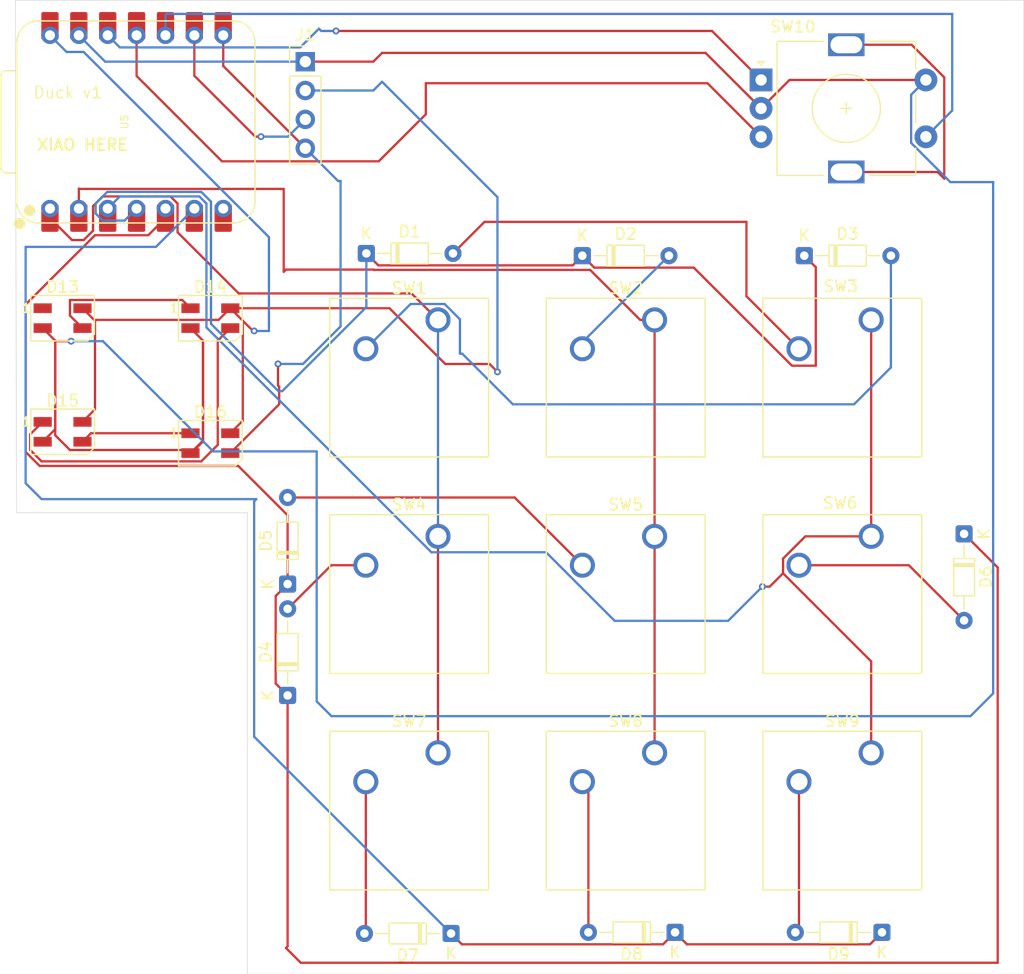
<source format=kicad_pcb>
(kicad_pcb (version 20241229) (generator "pcbnew") (generator_version "9.0")
  (layers (0 "F.Cu" signal) (2 "B.Cu" signal) (13 "F.Paste" user) (15 "B.Paste" user) (5 "F.SilkS" user "F.Silkscreen") (7 "B.SilkS" user "B.Silkscreen") (1 "F.Mask" user) (3 "B.Mask" user) (25 "Edge.Cuts" user))
  (net 0 "")
  (net 1 "Net-(D1-A)")
  (net 2 "Row1")
  (net 3 "Net-(D2-A)")
  (net 4 "Net-(D3-A)")
  (net 5 "Row2")
  (net 6 "Net-(D4-A)")
  (net 7 "Net-(D5-A)")
  (net 8 "Net-(D6-A)")
  (net 9 "Net-(D7-A)")
  (net 10 "Row3")
  (net 11 "Net-(D8-A)")
  (net 12 "Net-(D9-A)")
  (net 13 "GND")
  (net 14 "Net-(D13-DIN)")
  (net 16 "+5V")
  (net 17 "Net-(D14-DIN)")
  (net 18 "Net-(D15-DIN)")
  (net 19 "Net-(D16-DIN)")
  (net 20 "Net-(J1-Pin_3)")
  (net 21 "Col1")
  (net 22 "Col2")
  (net 23 "Col3")
  (net 24 "unconnected-(SW10-PadMP)")
  (net 25 "Net-(U5-3V3)")
  (net 26 "Net-(U5-GPIO3{slash}MOSI)")
  (net 27 "Net-(U5-GPIO4{slash}MISO)")
  (footprint "LED_SMD:LED_SK6812MINI_PLCC4_3.5x3.5mm_P1.75mm" (layer "F.Cu") (at 105.25 92.875)
    (property "Reference" "D15" (at 0 -2.75 0) (layer "F.SilkS"))
    (property "Value" "SK6812MINI")
    (fp_text user "1" (at -3.2 -0.875 0) (layer "F.SilkS") (effects (font (size 0.8 0.8))))
    (pad "1" smd rect (at -1.75 -0.875) (size 1.6 0.85) (layers "F.Cu" "F.Mask" "F.Paste") (net 17 "Net-(D14-DIN)"))
    (pad "2" smd rect (at -1.75 0.875) (size 1.6 0.85) (layers "F.Cu" "F.Mask" "F.Paste") (net 13 "GND"))
    (pad "3" smd rect (at 1.75 0.875) (size 1.6 0.85) (layers "F.Cu" "F.Mask" "F.Paste") (net 18 "Net-(D15-DIN)"))
    (pad "4" smd rect (at 1.75 -0.875) (size 1.6 0.85) (layers "F.Cu" "F.Mask" "F.Paste") (net 16 "+5V"))
  )
  (footprint "Connector_PinHeader_2.54mm:PinHeader_1x04_P2.54mm_Vertical" (layer "F.Cu") (at 126.6 60.3)
    (property "Reference" "J1" (at 0 -2.38 0) (layer "F.SilkS"))
    (property "Value" "Conn_01x04_MountingPin")
    (pad "1" thru_hole rect (at 0 0) (size 1.7 1.7) (drill 1) (layers "*.Cu" "*.Mask") (net 13 "GND"))
    (pad "2" thru_hole circle (at 0 2.54) (size 1.7 1.7) (drill 1) (layers "*.Cu" "*.Mask") (net 16 "+5V"))
    (pad "3" thru_hole circle (at 0 5.08) (size 1.7 1.7) (drill 1) (layers "*.Cu" "*.Mask") (net 20 "Net-(J1-Pin_3)"))
    (pad "4" thru_hole circle (at 0 7.62) (size 1.7 1.7) (drill 1) (layers "*.Cu" "*.Mask") (net 19 "Net-(D16-DIN)"))
  )
  (footprint "Button_Switch_Keyboard:SW_Cherry_MX_1.00u_PCB" (layer "F.Cu") (at 176.37125 83.02625)
    (property "Reference" "SW3" (at -2.68375 -2.95125 0) (layer "F.SilkS"))
    (property "Value" "SW_Push_45deg")
    (pad "" np_thru_hole circle (at -7.62 5.08) (size 1.7 1.7) (drill 1.7) (layers "*.Cu" "*.Mask"))
    (pad "" np_thru_hole circle (at -2.54 5.08) (size 4 4) (drill 4) (layers "*.Cu" "*.Mask"))
    (pad "" np_thru_hole circle (at 2.54 5.08) (size 1.7 1.7) (drill 1.7) (layers "*.Cu" "*.Mask"))
    (pad "1" thru_hole circle (at 0 0) (size 2.2 2.2) (drill 1.5) (layers "*.Cu" "*.Mask") (net 23 "Col3"))
    (pad "2" thru_hole circle (at -6.35 2.54) (size 2.2 2.2) (drill 1.5) (layers "*.Cu" "*.Mask") (net 1 "Net-(D1-A)"))
  )
  (footprint "Button_Switch_Keyboard:SW_Cherry_MX_1.00u_PCB" (layer "F.Cu") (at 138.27125 83.02625)
    (property "Reference" "SW1" (at -2.54 -2.794 0) (layer "F.SilkS"))
    (property "Value" "SW_Push_45deg")
    (pad "" np_thru_hole circle (at -7.62 5.08) (size 1.7 1.7) (drill 1.7) (layers "*.Cu" "*.Mask"))
    (pad "" np_thru_hole circle (at -2.54 5.08) (size 4 4) (drill 4) (layers "*.Cu" "*.Mask"))
    (pad "" np_thru_hole circle (at 2.54 5.08) (size 1.7 1.7) (drill 1.7) (layers "*.Cu" "*.Mask"))
    (pad "1" thru_hole circle (at 0 0) (size 2.2 2.2) (drill 1.5) (layers "*.Cu" "*.Mask") (net 21 "Col1"))
    (pad "2" thru_hole circle (at -6.35 2.54) (size 2.2 2.2) (drill 1.5) (layers "*.Cu" "*.Mask") (net 4 "Net-(D3-A)"))
  )
  (footprint "LED_SMD:LED_SK6812MINI_PLCC4_3.5x3.5mm_P1.75mm" (layer "F.Cu") (at 118.25 93.875)
    (property "Reference" "D16" (at 0 -2.75 0) (layer "F.SilkS"))
    (property "Value" "SK6812MINI")
    (fp_text user "1" (at -3.2 -0.875 0) (layer "F.SilkS") (effects (font (size 0.8 0.8))))
    (pad "1" smd rect (at -1.75 -0.875) (size 1.6 0.85) (layers "F.Cu" "F.Mask" "F.Paste") (net 18 "Net-(D15-DIN)"))
    (pad "2" smd rect (at -1.75 0.875) (size 1.6 0.85) (layers "F.Cu" "F.Mask" "F.Paste") (net 13 "GND"))
    (pad "3" smd rect (at 1.75 0.875) (size 1.6 0.85) (layers "F.Cu" "F.Mask" "F.Paste") (net 19 "Net-(D16-DIN)"))
    (pad "4" smd rect (at 1.75 -0.875) (size 1.6 0.85) (layers "F.Cu" "F.Mask" "F.Paste") (net 16 "+5V"))
  )
  (footprint "Diode_THT:D_DO-34_SOD68_P7.62mm_Horizontal" (layer "F.Cu") (at 170.4875 77.375)
    (property "Reference" "D3" (at 3.81 -1.92 0) (layer "F.SilkS"))
    (property "Value" "1N4148WT")
    (fp_text user "K" (at 0 -1.75 0) (layer "F.SilkS"))
    (pad "1" thru_hole roundrect (at 0 0) (size 1.5 1.5) (drill 0.75) (layers "*.Cu" "*.Mask") (roundrect_rratio 0.166667) (net 2 "Row1"))
    (pad "2" thru_hole circle (at 7.62 0) (size 1.5 1.5) (drill 0.75) (layers "*.Cu" "*.Mask") (net 4 "Net-(D3-A)"))
  )
  (footprint "Button_Switch_Keyboard:SW_Cherry_MX_1.00u_PCB" (layer "F.Cu") (at 157.32125 121.12625)
    (property "Reference" "SW8" (at -2.54 -2.794 0) (layer "F.SilkS"))
    (property "Value" "SW_Push_45deg")
    (pad "" np_thru_hole circle (at -7.62 5.08) (size 1.7 1.7) (drill 1.7) (layers "*.Cu" "*.Mask"))
    (pad "" np_thru_hole circle (at -2.54 5.08) (size 4 4) (drill 4) (layers "*.Cu" "*.Mask"))
    (pad "" np_thru_hole circle (at 2.54 5.08) (size 1.7 1.7) (drill 1.7) (layers "*.Cu" "*.Mask"))
    (pad "1" thru_hole circle (at 0 0) (size 2.2 2.2) (drill 1.5) (layers "*.Cu" "*.Mask") (net 22 "Col2"))
    (pad "2" thru_hole circle (at -6.35 2.54) (size 2.2 2.2) (drill 1.5) (layers "*.Cu" "*.Mask") (net 11 "Net-(D8-A)"))
  )
  (footprint "Diode_THT:D_DO-34_SOD68_P7.62mm_Horizontal" (layer "F.Cu") (at 177.32 136.925 180)
    (property "Reference" "D9" (at 3.81 -1.92 0) (layer "F.SilkS"))
    (property "Value" "1N4148WT")
    (fp_text user "K" (at 0 -1.75 0) (layer "F.SilkS"))
    (pad "1" thru_hole roundrect (at 0 0 180) (size 1.5 1.5) (drill 0.75) (layers "*.Cu" "*.Mask") (roundrect_rratio 0.166667) (net 10 "Row3"))
    (pad "2" thru_hole circle (at 7.62 0 180) (size 1.5 1.5) (drill 0.75) (layers "*.Cu" "*.Mask") (net 12 "Net-(D9-A)"))
  )
  (footprint "OPL:XIAO-RP2040-DIP" (layer "F.Cu") (at 111.76 65.605 90)
    (property "Reference" "U5" (at 0.005 -1.06 90) (layer "F.SilkS") (effects (font (size 0.635 0.635) (thickness 0.1016))))
    (property "Value" "XIAO-RP2040-DIP")
    (pad "1" smd roundrect (at -8.455 -7.62 270) (size 2.432 1.524) (layers "F.Cu" "F.Mask") (roundrect_rratio 0.1) (net 21 "Col1"))
    (pad "1" thru_hole circle (at -7.62 -7.62 270) (size 1.524 1.524) (drill 0.889) (layers "*.Cu" "*.Mask") (net 21 "Col1"))
    (pad "2" smd roundrect (at -8.455 -5.08 270) (size 2.432 1.524) (layers "F.Cu" "F.Mask") (roundrect_rratio 0.1) (net 22 "Col2"))
    (pad "2" thru_hole circle (at -7.62 -5.08 270) (size 1.524 1.524) (drill 0.889) (layers "*.Cu" "*.Mask") (net 22 "Col2"))
    (pad "3" smd roundrect (at -8.455 -2.54 270) (size 2.432 1.524) (layers "F.Cu" "F.Mask") (roundrect_rratio 0.1) (net 23 "Col3"))
    (pad "3" thru_hole circle (at -7.62 -2.54 270) (size 1.524 1.524) (drill 0.889) (layers "*.Cu" "*.Mask") (net 23 "Col3"))
    (pad "4" smd roundrect (at -8.455 0 270) (size 2.432 1.524) (layers "F.Cu" "F.Mask") (roundrect_rratio 0.1) (net 2 "Row1"))
    (pad "4" thru_hole circle (at -7.62 0 270) (size 1.524 1.524) (drill 0.889) (layers "*.Cu" "*.Mask") (net 2 "Row1"))
    (pad "5" smd roundrect (at -8.455 2.54 270) (size 2.432 1.524) (layers "F.Cu" "F.Mask") (roundrect_rratio 0.1) (net 5 "Row2"))
    (pad "5" thru_hole circle (at -7.62 2.54 270) (size 1.524 1.524) (drill 0.889) (layers "*.Cu" "*.Mask") (net 5 "Row2"))
    (pad "6" smd roundrect (at -8.455 5.08 270) (size 2.432 1.524) (layers "F.Cu" "F.Mask") (roundrect_rratio 0.1) (net 10 "Row3"))
    (pad "6" thru_hole circle (at -7.62 5.08 270) (size 1.524 1.524) (drill 0.889) (layers "*.Cu" "*.Mask") (net 10 "Row3"))
    (pad "7" smd roundrect (at -8.455 7.62 270) (size 2.432 1.524) (layers "F.Cu" "F.Mask") (roundrect_rratio 0.1))
    (pad "7" thru_hole circle (at -7.62 7.62 270) (size 1.524 1.524) (drill 0.889) (layers "*.Cu" "*.Mask"))
    (pad "8" thru_hole circle (at 7.62 7.62 90) (size 1.524 1.524) (drill 0.889) (layers "*.Cu" "*.Mask") (net 19 "Net-(D16-DIN)"))
    (pad "8" smd roundrect (at 8.455 7.62 90) (size 2.432 1.524) (layers "F.Cu" "F.Mask") (roundrect_rratio 0.1) (net 19 "Net-(D16-DIN)"))
    (pad "9" thru_hole circle (at 7.62 5.08 90) (size 1.524 1.524) (drill 0.889) (layers "*.Cu" "*.Mask") (net 20 "Net-(J1-Pin_3)"))
    (pad "9" smd roundrect (at 8.455 5.08 90) (size 2.432 1.524) (layers "F.Cu" "F.Mask") (roundrect_rratio 0.1) (net 20 "Net-(J1-Pin_3)"))
    (pad "10" thru_hole circle (at 7.62 2.54 90) (size 1.524 1.524) (drill 0.889) (layers "*.Cu" "*.Mask") (net 27 "Net-(U5-GPIO4{slash}MISO)"))
    (pad "10" smd roundrect (at 8.455 2.54 90) (size 2.432 1.524) (layers "F.Cu" "F.Mask") (roundrect_rratio 0.1) (net 27 "Net-(U5-GPIO4{slash}MISO)"))
    (pad "11" thru_hole circle (at 7.62 0 90) (size 1.524 1.524) (drill 0.889) (layers "*.Cu" "*.Mask") (net 26 "Net-(U5-GPIO3{slash}MOSI)"))
    (pad "11" smd roundrect (at 8.455 0 90) (size 2.432 1.524) (layers "F.Cu" "F.Mask") (roundrect_rratio 0.1) (net 26 "Net-(U5-GPIO3{slash}MOSI)"))
    (pad "12" thru_hole circle (at 7.62 -2.54 90) (size 1.524 1.524) (drill 0.889) (layers "*.Cu" "*.Mask") (net 25 "Net-(U5-3V3)"))
    (pad "12" smd roundrect (at 8.455 -2.54 90) (size 2.432 1.524) (layers "F.Cu" "F.Mask") (roundrect_rratio 0.1) (net 25 "Net-(U5-3V3)"))
    (pad "13" thru_hole circle (at 7.62 -5.08 90) (size 1.524 1.524) (drill 0.889) (layers "*.Cu" "*.Mask") (net 13 "GND"))
    (pad "13" smd roundrect (at 8.455 -5.08 90) (size 2.432 1.524) (layers "F.Cu" "F.Mask") (roundrect_rratio 0.1) (net 13 "GND"))
    (pad "14" thru_hole circle (at 7.62 -7.62 90) (size 1.524 1.524) (drill 0.889) (layers "*.Cu" "*.Mask") (net 16 "+5V"))
    (pad "14" smd roundrect (at 8.455 -7.62 90) (size 2.432 1.524) (layers "F.Cu" "F.Mask") (roundrect_rratio 0.1) (net 16 "+5V"))
  )
  (footprint "Diode_THT:D_DO-34_SOD68_P7.62mm_Horizontal" (layer "F.Cu") (at 125.04375 116.07625 90)
    (property "Reference" "D4" (at 3.81 -1.92 90) (layer "F.SilkS"))
    (property "Value" "1N4148WT")
    (fp_text user "K" (at 0 -1.75 90) (layer "F.SilkS"))
    (pad "1" thru_hole roundrect (at 0 0 90) (size 1.5 1.5) (drill 0.75) (layers "*.Cu" "*.Mask") (roundrect_rratio 0.166667) (net 5 "Row2"))
    (pad "2" thru_hole circle (at 7.62 0 90) (size 1.5 1.5) (drill 0.75) (layers "*.Cu" "*.Mask") (net 6 "Net-(D4-A)"))
  )
  (footprint "Button_Switch_Keyboard:SW_Cherry_MX_1.00u_PCB" (layer "F.Cu") (at 176.37125 102.07625)
    (property "Reference" "SW6" (at -2.7275 -2.92 0) (layer "F.SilkS"))
    (property "Value" "SW_Push_45deg")
    (pad "" np_thru_hole circle (at -7.62 5.08) (size 1.7 1.7) (drill 1.7) (layers "*.Cu" "*.Mask"))
    (pad "" np_thru_hole circle (at -2.54 5.08) (size 4 4) (drill 4) (layers "*.Cu" "*.Mask"))
    (pad "" np_thru_hole circle (at 2.54 5.08) (size 1.7 1.7) (drill 1.7) (layers "*.Cu" "*.Mask"))
    (pad "1" thru_hole circle (at 0 0) (size 2.2 2.2) (drill 1.5) (layers "*.Cu" "*.Mask") (net 23 "Col3"))
    (pad "2" thru_hole circle (at -6.35 2.54) (size 2.2 2.2) (drill 1.5) (layers "*.Cu" "*.Mask") (net 8 "Net-(D6-A)"))
  )
  (footprint "Diode_THT:D_DO-34_SOD68_P7.62mm_Horizontal" (layer "F.Cu") (at 184.54375 101.85625 -90)
    (property "Reference" "D6" (at 3.81 -1.92 90) (layer "F.SilkS"))
    (property "Value" "1N4148WT")
    (fp_text user "K" (at 0 -1.75 90) (layer "F.SilkS"))
    (pad "1" thru_hole roundrect (at 0 0 270) (size 1.5 1.5) (drill 0.75) (layers "*.Cu" "*.Mask") (roundrect_rratio 0.166667) (net 5 "Row2"))
    (pad "2" thru_hole circle (at 7.62 0 270) (size 1.5 1.5) (drill 0.75) (layers "*.Cu" "*.Mask") (net 8 "Net-(D6-A)"))
  )
  (footprint "Diode_THT:D_DO-34_SOD68_P7.62mm_Horizontal" (layer "F.Cu") (at 131.9675 77.175)
    (property "Reference" "D1" (at 3.81 -1.92 0) (layer "F.SilkS"))
    (property "Value" "1N4148WT")
    (fp_text user "K" (at 0 -1.75 0) (layer "F.SilkS"))
    (pad "1" thru_hole roundrect (at 0 0) (size 1.5 1.5) (drill 0.75) (layers "*.Cu" "*.Mask") (roundrect_rratio 0.166667) (net 2 "Row1"))
    (pad "2" thru_hole circle (at 7.62 0) (size 1.5 1.5) (drill 0.75) (layers "*.Cu" "*.Mask") (net 1 "Net-(D1-A)"))
  )
  (footprint "LED_SMD:LED_SK6812MINI_PLCC4_3.5x3.5mm_P1.75mm" (layer "F.Cu") (at 105.25 82.875)
    (property "Reference" "D13" (at 0 -2.75 0) (layer "F.SilkS"))
    (property "Value" "SK6812MINI")
    (fp_text user "1" (at -3.2 -0.875 0) (layer "F.SilkS") (effects (font (size 0.8 0.8))))
    (pad "1" smd rect (at -1.75 -0.875) (size 1.6 0.85) (layers "F.Cu" "F.Mask" "F.Paste"))
    (pad "2" smd rect (at -1.75 0.875) (size 1.6 0.85) (layers "F.Cu" "F.Mask" "F.Paste") (net 13 "GND"))
    (pad "3" smd rect (at 1.75 0.875) (size 1.6 0.85) (layers "F.Cu" "F.Mask" "F.Paste") (net 14 "Net-(D13-DIN)"))
    (pad "4" smd rect (at 1.75 -0.875) (size 1.6 0.85) (layers "F.Cu" "F.Mask" "F.Paste") (net 16 "+5V"))
  )
  (footprint "Button_Switch_Keyboard:SW_Cherry_MX_1.00u_PCB" (layer "F.Cu") (at 157.32125 102.07625)
    (property "Reference" "SW5" (at -2.54 -2.794 0) (layer "F.SilkS"))
    (property "Value" "SW_Push_45deg")
    (pad "" np_thru_hole circle (at -7.62 5.08) (size 1.7 1.7) (drill 1.7) (layers "*.Cu" "*.Mask"))
    (pad "" np_thru_hole circle (at -2.54 5.08) (size 4 4) (drill 4) (layers "*.Cu" "*.Mask"))
    (pad "" np_thru_hole circle (at 2.54 5.08) (size 1.7 1.7) (drill 1.7) (layers "*.Cu" "*.Mask"))
    (pad "1" thru_hole circle (at 0 0) (size 2.2 2.2) (drill 1.5) (layers "*.Cu" "*.Mask") (net 22 "Col2"))
    (pad "2" thru_hole circle (at -6.35 2.54) (size 2.2 2.2) (drill 1.5) (layers "*.Cu" "*.Mask") (net 7 "Net-(D5-A)"))
  )
  (footprint "Diode_THT:D_DO-34_SOD68_P7.62mm_Horizontal" (layer "F.Cu") (at 125.04375 106.27625 90)
    (property "Reference" "D5" (at 3.81 -1.92 90) (layer "F.SilkS"))
    (property "Value" "1N4148WT")
    (fp_text user "K" (at 0 -1.75 90) (layer "F.SilkS"))
    (pad "1" thru_hole roundrect (at 0 0 90) (size 1.5 1.5) (drill 0.75) (layers "*.Cu" "*.Mask") (roundrect_rratio 0.166667) (net 5 "Row2"))
    (pad "2" thru_hole circle (at 7.62 0 90) (size 1.5 1.5) (drill 0.75) (layers "*.Cu" "*.Mask") (net 7 "Net-(D5-A)"))
  )
  (footprint "Diode_THT:D_DO-34_SOD68_P7.62mm_Horizontal" (layer "F.Cu") (at 139.42 137.025 180)
    (property "Reference" "D7" (at 3.81 -1.92 0) (layer "F.SilkS"))
    (property "Value" "1N4148WT")
    (fp_text user "K" (at 0 -1.75 0) (layer "F.SilkS"))
    (pad "1" thru_hole roundrect (at 0 0 180) (size 1.5 1.5) (drill 0.75) (layers "*.Cu" "*.Mask") (roundrect_rratio 0.166667) (net 10 "Row3"))
    (pad "2" thru_hole circle (at 7.62 0 180) (size 1.5 1.5) (drill 0.75) (layers "*.Cu" "*.Mask") (net 9 "Net-(D7-A)"))
  )
  (footprint "OPL:RotaryEncoder_Alps_EC11E-Switch_Vertical_H20mm" (layer "F.Cu") (at 166.6875 61.9125)
    (property "Reference" "SW10" (at 2.8 -4.7 0) (layer "F.SilkS"))
    (property "Value" "RotaryEncoder_Switch_MP")
    (pad "A" thru_hole rect (at 0 0) (size 2 2) (drill 1) (layers "*.Cu" "*.Mask") (net 25 "Net-(U5-3V3)"))
    (pad "B" thru_hole circle (at 0 5) (size 2 2) (drill 1) (layers "*.Cu" "*.Mask") (net 26 "Net-(U5-GPIO3{slash}MOSI)"))
    (pad "C" thru_hole circle (at 0 2.5) (size 2 2) (drill 1) (layers "*.Cu" "*.Mask") (net 13 "GND"))
    (pad "MP" thru_hole rect (at 7.5 -3.1) (size 3.2 2) (drill oval 2.8 1.5) (layers "*.Cu" "*.Mask") (net 24 "unconnected-(SW10-PadMP)"))
    (pad "MP" thru_hole rect (at 7.5 8.1) (size 3.2 2) (drill oval 2.8 1.5) (layers "*.Cu" "*.Mask") (net 24 "unconnected-(SW10-PadMP)"))
    (pad "S1" thru_hole circle (at 14.5 5) (size 2 2) (drill 1) (layers "*.Cu" "*.Mask") (net 27 "Net-(U5-GPIO4{slash}MISO)"))
    (pad "S2" thru_hole circle (at 14.5 0) (size 2 2) (drill 1) (layers "*.Cu" "*.Mask") (net 13 "GND"))
  )
  (footprint "Button_Switch_Keyboard:SW_Cherry_MX_1.00u_PCB" (layer "F.Cu") (at 176.37125 121.12625)
    (property "Reference" "SW9" (at -2.54 -2.794 0) (layer "F.SilkS"))
    (property "Value" "SW_Push_45deg")
    (pad "" np_thru_hole circle (at -7.62 5.08) (size 1.7 1.7) (drill 1.7) (layers "*.Cu" "*.Mask"))
    (pad "" np_thru_hole circle (at -2.54 5.08) (size 4 4) (drill 4) (layers "*.Cu" "*.Mask"))
    (pad "" np_thru_hole circle (at 2.54 5.08) (size 1.7 1.7) (drill 1.7) (layers "*.Cu" "*.Mask"))
    (pad "1" thru_hole circle (at 0 0) (size 2.2 2.2) (drill 1.5) (layers "*.Cu" "*.Mask") (net 23 "Col3"))
    (pad "2" thru_hole circle (at -6.35 2.54) (size 2.2 2.2) (drill 1.5) (layers "*.Cu" "*.Mask") (net 12 "Net-(D9-A)"))
  )
  (footprint "LED_SMD:LED_SK6812MINI_PLCC4_3.5x3.5mm_P1.75mm" (layer "F.Cu") (at 118.25 82.875)
    (property "Reference" "D14" (at 0 -2.75 0) (layer "F.SilkS"))
    (property "Value" "SK6812MINI")
    (fp_text user "1" (at -3.2 -0.875 0) (layer "F.SilkS") (effects (font (size 0.8 0.8))))
    (pad "1" smd rect (at -1.75 -0.875) (size 1.6 0.85) (layers "F.Cu" "F.Mask" "F.Paste") (net 14 "Net-(D13-DIN)"))
    (pad "2" smd rect (at -1.75 0.875) (size 1.6 0.85) (layers "F.Cu" "F.Mask" "F.Paste") (net 13 "GND"))
    (pad "3" smd rect (at 1.75 0.875) (size 1.6 0.85) (layers "F.Cu" "F.Mask" "F.Paste") (net 17 "Net-(D14-DIN)"))
    (pad "4" smd rect (at 1.75 -0.875) (size 1.6 0.85) (layers "F.Cu" "F.Mask" "F.Paste") (net 16 "+5V"))
  )
  (footprint "Diode_THT:D_DO-34_SOD68_P7.62mm_Horizontal" (layer "F.Cu") (at 159.12 136.925 180)
    (property "Reference" "D8" (at 3.81 -1.92 0) (layer "F.SilkS"))
    (property "Value" "1N4148WT")
    (fp_text user "K" (at 0 -1.75 0) (layer "F.SilkS"))
    (pad "1" thru_hole roundrect (at 0 0 180) (size 1.5 1.5) (drill 0.75) (layers "*.Cu" "*.Mask") (roundrect_rratio 0.166667) (net 10 "Row3"))
    (pad "2" thru_hole circle (at 7.62 0 180) (size 1.5 1.5) (drill 0.75) (layers "*.Cu" "*.Mask") (net 11 "Net-(D8-A)"))
  )
  (footprint "Button_Switch_Keyboard:SW_Cherry_MX_1.00u_PCB" (layer "F.Cu") (at 138.27125 121.12625)
    (property "Reference" "SW7" (at -2.54 -2.794 0) (layer "F.SilkS"))
    (property "Value" "SW_Push_45deg")
    (pad "" np_thru_hole circle (at -7.62 5.08) (size 1.7 1.7) (drill 1.7) (layers "*.Cu" "*.Mask"))
    (pad "" np_thru_hole circle (at -2.54 5.08) (size 4 4) (drill 4) (layers "*.Cu" "*.Mask"))
    (pad "" np_thru_hole circle (at 2.54 5.08) (size 1.7 1.7) (drill 1.7) (layers "*.Cu" "*.Mask"))
    (pad "1" thru_hole circle (at 0 0) (size 2.2 2.2) (drill 1.5) (layers "*.Cu" "*.Mask") (net 21 "Col1"))
    (pad "2" thru_hole circle (at -6.35 2.54) (size 2.2 2.2) (drill 1.5) (layers "*.Cu" "*.Mask") (net 9 "Net-(D7-A)"))
  )
  (footprint "Diode_THT:D_DO-34_SOD68_P7.62mm_Horizontal" (layer "F.Cu") (at 150.9675 77.375)
    (property "Reference" "D2" (at 3.81 -1.92 0) (layer "F.SilkS"))
    (property "Value" "1N4148WT")
    (fp_text user "K" (at 0 -1.75 0) (layer "F.SilkS"))
    (pad "1" thru_hole roundrect (at 0 0) (size 1.5 1.5) (drill 0.75) (layers "*.Cu" "*.Mask") (roundrect_rratio 0.166667) (net 2 "Row1"))
    (pad "2" thru_hole circle (at 7.62 0) (size 1.5 1.5) (drill 0.75) (layers "*.Cu" "*.Mask") (net 3 "Net-(D2-A)"))
  )
  (footprint "Button_Switch_Keyboard:SW_Cherry_MX_1.00u_PCB" (layer "F.Cu") (at 157.32125 83.02625)
    (property "Reference" "SW2" (at -2.54 -2.794 0) (layer "F.SilkS"))
    (property "Value" "SW_Push_45deg")
    (pad "" np_thru_hole circle (at -7.62 5.08) (size 1.7 1.7) (drill 1.7) (layers "*.Cu" "*.Mask"))
    (pad "" np_thru_hole circle (at -2.54 5.08) (size 4 4) (drill 4) (layers "*.Cu" "*.Mask"))
    (pad "" np_thru_hole circle (at 2.54 5.08) (size 1.7 1.7) (drill 1.7) (layers "*.Cu" "*.Mask"))
    (pad "1" thru_hole circle (at 0 0) (size 2.2 2.2) (drill 1.5) (layers "*.Cu" "*.Mask") (net 22 "Col2"))
    (pad "2" thru_hole circle (at -6.35 2.54) (size 2.2 2.2) (drill 1.5) (layers "*.Cu" "*.Mask") (net 3 "Net-(D2-A)"))
  )
  (footprint "Button_Switch_Keyboard:SW_Cherry_MX_1.00u_PCB" (layer "F.Cu") (at 138.27125 102.07625)
    (property "Reference" "SW4" (at -2.54 -2.794 0) (layer "F.SilkS"))
    (property "Value" "SW_Push_45deg")
    (pad "" np_thru_hole circle (at -7.62 5.08) (size 1.7 1.7) (drill 1.7) (layers "*.Cu" "*.Mask"))
    (pad "" np_thru_hole circle (at -2.54 5.08) (size 4 4) (drill 4) (layers "*.Cu" "*.Mask"))
    (pad "" np_thru_hole circle (at 2.54 5.08) (size 1.7 1.7) (drill 1.7) (layers "*.Cu" "*.Mask"))
    (pad "1" thru_hole circle (at 0 0) (size 2.2 2.2) (drill 1.5) (layers "*.Cu" "*.Mask") (net 21 "Col1"))
    (pad "2" thru_hole circle (at -6.35 2.54) (size 2.2 2.2) (drill 1.5) (layers "*.Cu" "*.Mask") (net 6 "Net-(D4-A)"))
  )
  (gr_line (start 121.5 100) (end 121.5 140.6) (stroke (width 0.05)) (layer "Edge.Cuts"))
  (gr_line (start 101.1 54.9) (end 187.8 54.9) (stroke (width 0.05)) (layer "Edge.Cuts"))
  (gr_line (start 121.5 140.6) (end 189.8 140.6) (stroke (width 0.05)) (layer "Edge.Cuts"))
  (gr_line (start 101.1 54.9) (end 101.2 100) (stroke (width 0.05)) (layer "Edge.Cuts"))
  (gr_line (start 187.8 54.9) (end 189.8 54.9) (stroke (width 0.05)) (layer "Edge.Cuts"))
  (gr_line (start 101.2 100) (end 121.5 100) (stroke (width 0.05)) (layer "Edge.Cuts"))
  (gr_line (start 189.8 54.9) (end 189.8 55.2) (stroke (width 0.05)) (layer "Edge.Cuts"))
  (gr_line (start 189.8 140.6) (end 189.8 55.2) (stroke (width 0.05)) (layer "Edge.Cuts"))
  (gr_text "Duck v1" (at 102.6 63.6 0) (layer "F.SilkS") (effects (font (size 1 1) (thickness 0.125)) (justify left bottom)))
  (gr_text "XIAO HERE" (at 102.9 68.2 0) (layer "F.SilkS") (effects (font (size 1 1) (thickness 0.2) (bold yes)) (justify left bottom)))
  (segment (start 165.4 80.945) (end 170.02125 85.56625) (width 0.2) (layer "F.Cu") (net 1))
  (segment (start 165.4 74.4) (end 165.4 80.945) (width 0.2) (layer "F.Cu") (net 1))
  (segment (start 142.3625 74.4) (end 165.4 74.4) (width 0.2) (layer "F.Cu") (net 1))
  (segment (start 139.5875 77.175) (end 142.3625 74.4) (width 0.2) (layer "F.Cu") (net 1))
  (segment (start 150.1165 78.226) (end 133.0185 78.226) (width 0.2) (layer "F.Cu") (net 2))
  (segment (start 171.5 78.3875) (end 171.5 87.05597) (width 0.2) (layer "F.Cu") (net 2))
  (segment (start 150.9675 77.375) (end 150.1165 78.226) (width 0.2) (layer "F.Cu") (net 2))
  (segment (start 169.39944 87.05597) (end 160.76947 78.426) (width 0.2) (layer "F.Cu") (net 2))
  (segment (start 160.76947 78.426) (end 152.0185 78.426) (width 0.2) (layer "F.Cu") (net 2))
  (segment (start 152.0185 78.426) (end 150.9675 77.375) (width 0.2) (layer "F.Cu") (net 2))
  (segment (start 133.0185 78.226) (end 131.9675 77.175) (width 0.2) (layer "F.Cu") (net 2))
  (segment (start 170.4875 77.375) (end 171.5 78.3875) (width 0.2) (layer "F.Cu") (net 2))
  (segment (start 171.5 87.05597) (end 169.39944 87.05597) (width 0.2) (layer "F.Cu") (net 2))
  (segment (start 118.304 83.3711) (end 118.304 72.61859) (width 0.2) (layer "B.Cu") (net 2))
  (segment (start 110.697 74.288) (end 111.76 73.225) (width 0.2) (layer "B.Cu") (net 2))
  (segment (start 108.77969 74.288) (end 110.697 74.288) (width 0.2) (layer "B.Cu") (net 2))
  (segment (start 124.5661 89.301) (end 124.2339 89.301) (width 0.2) (layer "B.Cu") (net 2))
  (segment (start 131.9675 81.8996) (end 124.5661 89.301) (width 0.2) (layer "B.Cu") (net 2))
  (segment (start 124.2339 89.301) (end 118.304 83.3711) (width 0.2) (layer "B.Cu") (net 2))
  (segment (start 109.18069 71.761) (end 108.157 72.78469) (width 0.2) (layer "B.Cu") (net 2))
  (segment (start 131.9675 77.175) (end 131.9675 81.8996) (width 0.2) (layer "B.Cu") (net 2))
  (segment (start 117.44641 71.761) (end 109.18069 71.761) (width 0.2) (layer "B.Cu") (net 2))
  (segment (start 108.157 72.78469) (end 108.157 73.66531) (width 0.2) (layer "B.Cu") (net 2))
  (segment (start 108.157 73.66531) (end 108.77969 74.288) (width 0.2) (layer "B.Cu") (net 2))
  (segment (start 118.304 72.61859) (end 117.44641 71.761) (width 0.2) (layer "B.Cu") (net 2))
  (segment (start 158.5875 77.375) (end 150.97125 84.99125) (width 0.2) (layer "B.Cu") (net 3))
  (segment (start 150.97125 84.99125) (end 150.97125 85.56625) (width 0.2) (layer "B.Cu") (net 3))
  (segment (start 140.2 86) (end 140.2 82.973686) (width 0.2) (layer "B.Cu") (net 4))
  (segment (start 140.40347 86) (end 140.2 86) (width 0.2) (layer "B.Cu") (net 4))
  (segment (start 144.86072 90.45725) (end 140.40347 86) (width 0.2) (layer "B.Cu") (net 4))
  (segment (start 178.1075 77.375) (end 178.1075 87.21153) (width 0.2) (layer "B.Cu") (net 4))
  (segment (start 138.851564 81.62525) (end 135.86225 81.62525) (width 0.2) (layer "B.Cu") (net 4))
  (segment (start 140.2 82.973686) (end 138.851564 81.62525) (width 0.2) (layer "B.Cu") (net 4))
  (segment (start 174.86178 90.45725) (end 144.86072 90.45725) (width 0.2) (layer "B.Cu") (net 4))
  (segment (start 135.86225 81.62525) (end 131.92125 85.56625) (width 0.2) (layer "B.Cu") (net 4))
  (segment (start 178.1075 87.21153) (end 174.86178 90.45725) (width 0.2) (layer "B.Cu") (net 4))
  (segment (start 123.99275 107.32725) (end 125.04375 106.27625) (width 0.2) (layer "F.Cu") (net 5))
  (segment (start 103.2329 95.877) (end 101.998 94.6421) (width 0.2) (layer "F.Cu") (net 5))
  (segment (start 101.998 81.675) (end 108.096 75.577) (width 0.2) (layer "F.Cu") (net 5))
  (segment (start 184.54375 101.85625) (end 187.5 104.8125) (width 0.2) (layer "F.Cu") (net 5))
  (segment (start 125.04375 138.15625) (end 125.04375 116.07625) (width 0.2) (layer "F.Cu") (net 5))
  (segment (start 123.99275 115.02525) (end 123.99275 107.32725) (width 0.2) (layer "F.Cu") (net 5))
  (segment (start 125.04375 116.07625) (end 123.99275 115.02525) (width 0.2) (layer "F.Cu") (net 5))
  (segment (start 101.998 94.6421) (end 101.998 81.675) (width 0.2) (layer "F.Cu") (net 5))
  (segment (start 126.2 139.6) (end 124.9 138.3) (width 0.2) (layer "F.Cu") (net 5))
  (segment (start 125.04375 106.27625) (end 125.04375 100.22075) (width 0.2) (layer "F.Cu") (net 5))
  (segment (start 112.783 75.577) (end 114.3 74.06) (width 0.2) (layer "F.Cu") (net 5))
  (segment (start 124.9 138.3) (end 125.04375 138.15625) (width 0.2) (layer "F.Cu") (net 5))
  (segment (start 187.5 104.8125) (end 187.5 139.6) (width 0.2) (layer "F.Cu") (net 5))
  (segment (start 120.7 95.877) (end 103.2329 95.877) (width 0.2) (layer "F.Cu") (net 5))
  (segment (start 108.096 75.577) (end 112.783 75.577) (width 0.2) (layer "F.Cu") (net 5))
  (segment (start 125.04375 100.22075) (end 120.7 95.877) (width 0.2) (layer "F.Cu") (net 5))
  (segment (start 187.5 139.6) (end 126.2 139.6) (width 0.2) (layer "F.Cu") (net 5))
  (segment (start 125.04375 108.45625) (end 128.88375 104.61625) (width 0.2) (layer "F.Cu") (net 6))
  (segment (start 128.88375 104.61625) (end 131.92125 104.61625) (width 0.2) (layer "F.Cu") (net 6))
  (segment (start 145.01125 98.65625) (end 150.97125 104.61625) (width 0.2) (layer "F.Cu") (net 7))
  (segment (start 125.04375 98.65625) (end 145.01125 98.65625) (width 0.2) (layer "F.Cu") (net 7))
  (segment (start 179.68375 104.61625) (end 170.02125 104.61625) (width 0.2) (layer "F.Cu") (net 8))
  (segment (start 184.54375 109.47625) (end 179.68375 104.61625) (width 0.2) (layer "F.Cu") (net 8))
  (segment (start 131.92125 136.90375) (end 131.92125 123.66625) (width 0.2) (layer "F.Cu") (net 9))
  (segment (start 131.8 137.025) (end 131.92125 136.90375) (width 0.2) (layer "F.Cu") (net 9))
  (segment (start 139.42 137.025) (end 140.371 137.976) (width 0.2) (layer "F.Cu") (net 10))
  (segment (start 159.12 136.925) (end 160.171 137.976) (width 0.2) (layer "F.Cu") (net 10))
  (segment (start 158.069 137.976) (end 159.12 136.925) (width 0.2) (layer "F.Cu") (net 10))
  (segment (start 176.269 137.976) (end 177.32 136.925) (width 0.2) (layer "F.Cu") (net 10))
  (segment (start 140.371 137.976) (end 158.069 137.976) (width 0.2) (layer "F.Cu") (net 10))
  (segment (start 160.171 137.976) (end 176.269 137.976) (width 0.2) (layer "F.Cu") (net 10))
  (segment (start 122.3 98.8) (end 103.4 98.8) (width 0.2) (layer "B.Cu") (net 10))
  (segment (start 102 97.4) (end 102 76.6) (width 0.2) (layer "B.Cu") (net 10))
  (segment (start 102 76.6) (end 113.465 76.6) (width 0.2) (layer "B.Cu") (net 10))
  (segment (start 113.465 76.6) (end 116.84 73.225) (width 0.2) (layer "B.Cu") (net 10))
  (segment (start 122.101 98.999) (end 122.3 98.8) (width 0.2) (layer "B.Cu") (net 10))
  (segment (start 103.4 98.8) (end 102 97.4) (width 0.2) (layer "B.Cu") (net 10))
  (segment (start 139.42 137.025) (end 122.101 119.706) (width 0.2) (layer "B.Cu") (net 10))
  (segment (start 122.101 119.706) (end 122.101 98.999) (width 0.2) (layer "B.Cu") (net 10))
  (segment (start 151.5 124.195) (end 150.97125 123.66625) (width 0.2) (layer "F.Cu") (net 11))
  (segment (start 151.5 136.925) (end 151.5 124.195) (width 0.2) (layer "F.Cu") (net 11))
  (segment (start 169.7 136.925) (end 170.02125 136.60375) (width 0.2) (layer "F.Cu") (net 12))
  (segment (start 170.02125 136.60375) (end 170.02125 123.66625) (width 0.2) (layer "F.Cu") (net 12))
  (segment (start 117.601 93.649) (end 116.5 94.75) (width 0.2) (layer "F.Cu") (net 13))
  (segment (start 104.601 85) (end 104.601 84.851) (width 0.2) (layer "F.Cu") (net 13))
  (segment (start 106 84.9) (end 104.65 84.9) (width 0.2) (layer "F.Cu") (net 13))
  (segment (start 104.601 92.649) (end 104.601 85) (width 0.2) (layer "F.Cu") (net 13))
  (segment (start 132.58125 60.3) (end 133.35 59.53125) (width 0.2) (layer "F.Cu") (net 13))
  (segment (start 105.899 94.476) (end 116.851 94.476) (width 0.2) (layer "F.Cu") (net 13))
  (segment (start 166.6875 64.4125) (end 161.80625 59.53125) (width 0.2) (layer "F.Cu") (net 13))
  (segment (start 126.6 60.3) (end 132.58125 60.3) (width 0.2) (layer "F.Cu") (net 13))
  (segment (start 161.80625 59.53125) (end 133.35 59.53125) (width 0.2) (layer "F.Cu") (net 13))
  (segment (start 169.1875 61.9125) (end 181.1875 61.9125) (width 0.2) (layer "F.Cu") (net 13))
  (segment (start 104.601 93.178) (end 105.899 94.476) (width 0.2) (layer "F.Cu") (net 13))
  (segment (start 117.601 84.851) (end 116.5 83.75) (width 0.2) (layer "F.Cu") (net 13))
  (segment (start 117.601 84.851) (end 117.601 93.649) (width 0.2) (layer "F.Cu") (net 13))
  (segment (start 103.5 83.75) (end 104.601 84.851) (width 0.2) (layer "F.Cu") (net 13))
  (segment (start 104.65 84.9) (end 104.601 84.851) (width 0.2) (layer "F.Cu") (net 13))
  (segment (start 103.5 93.75) (end 104.601 92.649) (width 0.2) (layer "F.Cu") (net 13))
  (segment (start 104.601 85) (end 104.601 93.178) (width 0.2) (layer "F.Cu") (net 13))
  (segment (start 117.601 93.726) (end 117.601 84.851) (width 0.2) (layer "F.Cu") (net 13))
  (segment (start 116.851 94.476) (end 117.601 93.726) (width 0.2) (layer "F.Cu") (net 13))
  (segment (start 166.6875 64.4125) (end 169.1875 61.9125) (width 0.2) (layer "F.Cu") (net 13))
  (via (at 106 84.9) (size 0.6) (drill 0.3) (layers "F.Cu" "B.Cu") (net 13))
  (segment (start 128.9 117.9) (end 127.6 116.6) (width 0.2) (layer "B.Cu") (net 13))
  (segment (start 127.6 94.6) (end 118.5 94.6) (width 0.2) (layer "B.Cu") (net 13))
  (segment (start 187.1 70.9) (end 187.1 115.9) (width 0.2) (layer "B.Cu") (net 13))
  (segment (start 108.8 84.9) (end 106 84.9) (width 0.2) (layer "B.Cu") (net 13))
  (segment (start 179.8865 67.451392) (end 183.335108 70.9) (width 0.2) (layer "B.Cu") (net 13))
  (segment (start 179.8865 63.2135) (end 179.8865 67.451392) (width 0.2) (layer "B.Cu") (net 13))
  (segment (start 185.1 117.9) (end 128.9 117.9) (width 0.2) (layer "B.Cu") (net 13))
  (segment (start 187.1 115.9) (end 185.1 117.9) (width 0.2) (layer "B.Cu") (net 13))
  (segment (start 117.6 93.7) (end 108.8 84.9) (width 0.2) (layer "B.Cu") (net 13))
  (segment (start 181.1875 61.9125) (end 179.8865 63.2135) (width 0.2) (layer "B.Cu") (net 13))
  (segment (start 108.995 60.3) (end 106.68 57.985) (width 0.2) (layer "B.Cu") (net 13))
  (segment (start 126.6 60.3) (end 108.995 60.3) (width 0.2) (layer "B.Cu") (net 13))
  (segment (start 118.5 94.6) (end 117.6 93.7) (width 0.2) (layer "B.Cu") (net 13))
  (segment (start 183.335108 70.9) (end 187.1 70.9) (width 0.2) (layer "B.Cu") (net 13))
  (segment (start 127.6 116.6) (end 127.6 94.6) (width 0.2) (layer "B.Cu") (net 13))
  (segment (start 107 83.75) (end 105.899 82.649) (width 0.2) (layer "F.Cu") (net 14))
  (segment (start 115.774 81.274) (end 116.5 82) (width 0.2) (layer "F.Cu") (net 14))
  (segment (start 105.899 82.649) (end 105.899 81.274) (width 0.2) (layer "F.Cu") (net 14))
  (segment (start 105.899 81.274) (end 115.774 81.274) (width 0.2) (layer "F.Cu") (net 14))
  (segment (start 138.90672 86.90525) (end 142.80525 86.90525) (width 0.2) (layer "F.Cu") (net 16))
  (segment (start 107 92) (end 108.101 90.899) (width 0.2) (layer "F.Cu") (net 16))
  (segment (start 118.976 83.024) (end 120 82) (width 0.2) (layer "F.Cu") (net 16))
  (segment (start 108.178 83.024) (end 118.976 83.024) (width 0.2) (layer "F.Cu") (net 16))
  (segment (start 142.80525 86.90525) (end 143.5 87.6) (width 0.2) (layer "F.Cu") (net 16))
  (segment (start 122 84) (end 121.1 83.1) (width 0.2) (layer "F.Cu") (net 16))
  (segment (start 120 93) (end 121.1 91.9) (width 0.2) (layer "F.Cu") (net 16))
  (segment (start 108.101 90.899) (end 108.101 83.101) (width 0.2) (layer "F.Cu") (net 16))
  (segment (start 121.1 83.1) (end 120 82) (width 0.2) (layer "F.Cu") (net 16))
  (segment (start 120 82) (end 134.00147 82) (width 0.2) (layer "F.Cu") (net 16))
  (segment (start 108.101 83.101) (end 108.178 83.024) (width 0.2) (layer "F.Cu") (net 16))
  (segment (start 134.00147 82) (end 138.90672 86.90525) (width 0.2) (layer "F.Cu") (net 16))
  (segment (start 108.101 83.101) (end 107 82) (width 0.2) (layer "F.Cu") (net 16))
  (segment (start 122.1 84) (end 122 84) (width 0.2) (layer "F.Cu") (net 16))
  (segment (start 121.1 91.9) (end 121.1 83.1) (width 0.2) (layer "F.Cu") (net 16))
  (via (at 143.5 87.6) (size 0.6) (drill 0.3) (layers "F.Cu" "B.Cu") (net 16))
  (via (at 122.1 84) (size 0.6) (drill 0.3) (layers "F.Cu" "B.Cu") (net 16))
  (segment (start 123.4 75.74169) (end 123.4 84) (width 0.2) (layer "B.Cu") (net 16))
  (segment (start 107.10731 59.449) (end 123.4 75.74169) (width 0.2) (layer "B.Cu") (net 16))
  (segment (start 132.58125 62.84) (end 133.35 62.07125) (width 0.2) (layer "B.Cu") (net 16))
  (segment (start 126.6 62.84) (end 132.58125 62.84) (width 0.2) (layer "B.Cu") (net 16))
  (segment (start 133.35 62.07125) (end 143.5 72.22125) (width 0.2) (layer "B.Cu") (net 16))
  (segment (start 122 84) (end 122.1 84) (width 0.2) (layer "B.Cu") (net 16))
  (segment (start 143.5 72.22125) (end 143.5 87.6) (width 0.2) (layer "B.Cu") (net 16))
  (segment (start 105.604 59.449) (end 107.10731 59.449) (width 0.2) (layer "B.Cu") (net 16))
  (segment (start 104.14 57.985) (end 105.604 59.449) (width 0.2) (layer "B.Cu") (net 16))
  (segment (start 123.4 84) (end 122.1 84) (width 0.2) (layer "B.Cu") (net 16))
  (segment (start 118.899 94.024) (end 118.899 84.851) (width 0.2) (layer "F.Cu") (net 17))
  (segment (start 117.447 95.476) (end 118.899 94.024) (width 0.2) (layer "F.Cu") (net 17))
  (segment (start 103.5 92) (end 102.399 93.101) (width 0.2) (layer "F.Cu") (net 17))
  (segment (start 102.399 93.101) (end 102.399 94.476) (width 0.2) (layer "F.Cu") (net 17))
  (segment (start 103.399 95.476) (end 117.447 95.476) (width 0.2) (layer "F.Cu") (net 17))
  (segment (start 102.399 94.476) (end 103.399 95.476) (width 0.2) (layer "F.Cu") (net 17))
  (segment (start 118.899 84.851) (end 120 83.75) (width 0.2) (layer "F.Cu") (net 17))
  (segment (start 116.5 93) (end 107.75 93) (width 0.2) (layer "F.Cu") (net 18))
  (segment (start 107.75 93) (end 107 93.75) (width 0.2) (layer "F.Cu") (net 18))
  (segment (start 119.38 57.985) (end 119.38 60.68125) (width 0.2) (layer "F.Cu") (net 19))
  (segment (start 119.38 60.68125) (end 126.6 67.90125) (width 0.2) (layer "F.Cu") (net 19))
  (segment (start 124.2 88.8) (end 124.3 88.9) (width 0.2) (layer "F.Cu") (net 19))
  (segment (start 124.3 90.45) (end 124.3 88.9) (width 0.2) (layer "F.Cu") (net 19))
  (segment (start 120 94.75) (end 124.3 90.45) (width 0.2) (layer "F.Cu") (net 19))
  (segment (start 124.2 86.9) (end 124.2 88.8) (width 0.2) (layer "F.Cu") (net 19))
  (via (at 124.2 86.9) (size 0.6) (drill 0.3) (layers "F.Cu" "B.Cu") (net 19))
  (segment (start 129.48125 70.80125) (end 129.7 70.80125) (width 0.2) (layer "B.Cu") (net 19))
  (segment (start 129.7 83.6) (end 126.4 86.9) (width 0.2) (layer "B.Cu") (net 19))
  (segment (start 126.6 67.92) (end 129.48125 70.80125) (width 0.2) (layer "B.Cu") (net 19))
  (segment (start 126.4 86.9) (end 124.1 86.9) (width 0.2) (layer "B.Cu") (net 19))
  (segment (start 129.7 70.80125) (end 129.7 83.6) (width 0.2) (layer "B.Cu") (net 19))
  (segment (start 116.84 61.54) (end 116.84 57.985) (width 0.2) (layer "F.Cu") (net 20))
  (segment (start 122.2 66.9) (end 116.84 61.54) (width 0.2) (layer "F.Cu") (net 20))
  (segment (start 122.7 66.9) (end 122.2 66.9) (width 0.2) (layer "F.Cu") (net 20))
  (via (at 122.7 66.9) (size 0.6) (drill 0.3) (layers "F.Cu" "B.Cu") (net 20))
  (segment (start 125.08 66.9) (end 122.7 66.9) (width 0.2) (layer "B.Cu") (net 20))
  (segment (start 126.6 65.38) (end 125.08 66.9) (width 0.2) (layer "B.Cu") (net 20))
  (segment (start 120.747374 80.7) (end 115.363 75.315626) (width 0.2) (layer "F.Cu") (net 21))
  (segment (start 115.363 75.315626) (end 115.363 72.78469) (width 0.2) (layer "F.Cu") (net 21))
  (segment (start 115.363 72.78469) (end 114.74031 72.162) (width 0.2) (layer "F.Cu") (net 21))
  (segment (start 108.77969 72.162) (end 107.9299 73.01179) (width 0.2) (layer "F.Cu") (net 21))
  (segment (start 106.08 76) (end 104.14 74.06) (width 0.2) (layer "F.Cu") (net 21))
  (segment (start 114.74031 72.162) (end 108.77969 72.162) (width 0.2) (layer "F.Cu") (net 21))
  (segment (start 107.9299 75.176) (end 107.1059 76) (width 0.2) (layer "F.Cu") (net 21))
  (segment (start 138.27125 121.12625) (end 138.27125 102.07625) (width 0.2) (layer "F.Cu") (net 21))
  (segment (start 107.1059 76) (end 106.08 76) (width 0.2) (layer "F.Cu") (net 21))
  (segment (start 138.27125 83.02625) (end 135.945 80.7) (width 0.2) (layer "F.Cu") (net 21))
  (segment (start 107.9299 73.01179) (end 107.9299 75.176) (width 0.2) (layer "F.Cu") (net 21))
  (segment (start 135.945 80.7) (end 120.747374 80.7) (width 0.2) (layer "F.Cu") (net 21))
  (segment (start 138.27125 102.07625) (end 138.27125 83.02625) (width 0.2) (layer "B.Cu") (net 21))
  (segment (start 124.9 78.6) (end 124.7 78.8) (width 0.2) (layer "F.Cu") (net 22))
  (segment (start 124.7 71.5) (end 106.7 71.5) (width 0.2) (layer "F.Cu") (net 22))
  (segment (start 124.7 78.8) (end 124.7 71.5) (width 0.2) (layer "F.Cu") (net 22))
  (segment (start 157.32125 121.12625) (end 157.32125 102.07625) (width 0.2) (layer "F.Cu") (net 22))
  (segment (start 132.6 78.6) (end 124.9 78.6) (width 0.2) (layer "F.Cu") (net 22))
  (segment (start 132.627 78.627) (end 132.6 78.6) (width 0.2) (layer "F.Cu") (net 22))
  (segment (start 156.05165 83.02625) (end 151.6524 78.627) (width 0.2) (layer "F.Cu") (net 22))
  (segment (start 157.32125 102.07625) (end 157.32125 83.02625) (width 0.2) (layer "F.Cu") (net 22))
  (segment (start 106.7 71.5) (end 106.68 71.48) (width 0.2) (layer "F.Cu") (net 22))
  (segment (start 106.68 71.48) (end 106.68 73.225) (width 0.2) (layer "F.Cu") (net 22))
  (segment (start 151.6524 78.627) (end 132.627 78.627) (width 0.2) (layer "F.Cu") (net 22))
  (segment (start 157.32125 83.02625) (end 156.05165 83.02625) (width 0.2) (layer "F.Cu") (net 22))
  (segment (start 167.44703 106.5) (end 168.62025 105.32678) (width 0.2) (layer "F.Cu") (net 23))
  (segment (start 176.37125 121.12625) (end 176.37125 113.07778) (width 0.2) (layer "F.Cu") (net 23))
  (segment (start 170.579936 102.07625) (end 176.37125 102.07625) (width 0.2) (layer "F.Cu") (net 23))
  (segment (start 176.37125 113.07778) (end 168.62025 105.32678) (width 0.2) (layer "F.Cu") (net 23))
  (segment (start 168.62025 105.32678) (end 168.62025 104.035936) (width 0.2) (layer "F.Cu") (net 23))
  (segment (start 166.8 106.5) (end 167.44703 106.5) (width 0.2) (layer "F.Cu") (net 23))
  (segment (start 176.37125 83.02625) (end 176.37125 102.07625) (width 0.2) (layer "F.Cu") (net 23))
  (segment (start 168.62025 104.035936) (end 170.579936 102.07625) (width 0.2) (layer "F.Cu") (net 23))
  (via (at 166.8 106.5) (size 0.6) (drill 0.3) (layers "F.Cu" "B.Cu") (net 23))
  (segment (start 117.903 83.689314) (end 137.690936 103.47725) (width 0.2) (layer "B.Cu") (net 23))
  (segment (start 147.77725 103.47725) (end 153.80725 109.50725) (width 0.2) (layer "B.Cu") (net 23))
  (segment (start 109.22 73.225) (end 110.283 72.162) (width 0.2) (layer "B.Cu") (net 23))
  (segment (start 117.903 72.78469) (end 117.903 83.689314) (width 0.2) (layer "B.Cu") (net 23))
  (segment (start 163.79275 109.50725) (end 166.8 106.5) (width 0.2) (layer "B.Cu") (net 23))
  (segment (start 153.80725 109.50725) (end 163.148936 109.50725) (width 0.2) (layer "B.Cu") (net 23))
  (segment (start 110.283 72.162) (end 117.28031 72.162) (width 0.2) (layer "B.Cu") (net 23))
  (segment (start 163.148936 109.50725) (end 163.79275 109.50725) (width 0.2) (layer "B.Cu") (net 23))
  (segment (start 137.690936 103.47725) (end 147.77725 103.47725) (width 0.2) (layer "B.Cu") (net 23))
  (segment (start 117.28031 72.162) (end 117.903 72.78469) (width 0.2) (layer "B.Cu") (net 23))
  (segment (start 174.1875 58.8125) (end 179.927392 58.8125) (width 0.2) (layer "F.Cu") (net 24))
  (segment (start 182.2125 70.0125) (end 174.1875 70.0125) (width 0.2) (layer "F.Cu") (net 24))
  (segment (start 179.927392 58.8125) (end 182.8 61.685108) (width 0.2) (layer "F.Cu") (net 24))
  (segment (start 182.8 61.685108) (end 182.8 70.6) (width 0.2) (layer "F.Cu") (net 24))
  (segment (start 182.8 70.6) (end 182.2125 70.0125) (width 0.2) (layer "F.Cu") (net 24))
  (segment (start 166.6875 61.9125) (end 162.375 57.6) (width 0.2) (layer "F.Cu") (net 25))
  (segment (start 162.375 57.6) (end 129.3 57.6) (width 0.2) (layer "F.Cu") (net 25))
  (via (at 129.3 57.6) (size 0.6) (drill 0.3) (layers "F.Cu" "B.Cu") (net 25))
  (segment (start 129.3 57.6) (end 128 57.6) (width 0.2) (layer "B.Cu") (net 25))
  (segment (start 110.283 59.048) (end 126.152 59.048) (width 0.2) (layer "B.Cu") (net 25))
  (segment (start 126.152 59.048) (end 127.8 57.4) (width 0.2) (layer "B.Cu") (net 25))
  (segment (start 128 57.6) (end 127.8 57.4) (width 0.2) (layer "B.Cu") (net 25))
  (segment (start 109.22 57.985) (end 110.283 59.048) (width 0.2) (layer "B.Cu") (net 25))
  (segment (start 111.76 61.56) (end 119.271 69.071) (width 0.2) (layer "F.Cu") (net 26))
  (segment (start 161.975 62.2) (end 166.6875 66.9125) (width 0.2) (layer "F.Cu") (net 26))
  (segment (start 133.05801 69.071) (end 137.2 64.92901) (width 0.2) (layer "F.Cu") (net 26))
  (segment (start 137.2 62.2) (end 161.975 62.2) (width 0.2) (layer "F.Cu") (net 26))
  (segment (start 137.2 64.92901) (end 137.2 62.2) (width 0.2) (layer "F.Cu") (net 26))
  (segment (start 111.76 57.985) (end 111.76 61.56) (width 0.2) (layer "F.Cu") (net 26))
  (segment (start 119.271 69.071) (end 133.05801 69.071) (width 0.2) (layer "F.Cu") (net 26))
  (segment (start 114.4 56.1) (end 114.3 56.2) (width 0.2) (layer "B.Cu") (net 27))
  (segment (start 181.1875 66.9125) (end 183.5 64.6) (width 0.2) (layer "B.Cu") (net 27))
  (segment (start 183.5 56.1) (end 114.4 56.1) (width 0.2) (layer "B.Cu") (net 27))
  (segment (start 114.3 56.2) (end 114.3 57.985) (width 0.2) (layer "B.Cu") (net 27))
  (segment (start 183.5 64.6) (end 183.5 56.1) (width 0.2) (layer "B.Cu") (net 27))
)
</source>
